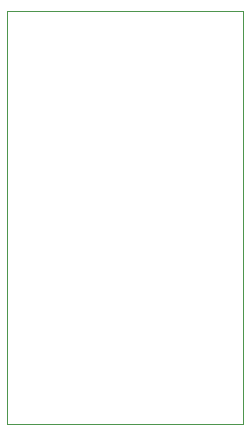
<source format=gbr>
%TF.GenerationSoftware,KiCad,Pcbnew,7.0.6*%
%TF.CreationDate,2023-08-01T20:56:41-04:00*%
%TF.ProjectId,mcumod-am8,6d63756d-6f64-42d6-916d-382e6b696361,rev?*%
%TF.SameCoordinates,Original*%
%TF.FileFunction,Profile,NP*%
%FSLAX46Y46*%
G04 Gerber Fmt 4.6, Leading zero omitted, Abs format (unit mm)*
G04 Created by KiCad (PCBNEW 7.0.6) date 2023-08-01 20:56:41*
%MOMM*%
%LPD*%
G01*
G04 APERTURE LIST*
%TA.AperFunction,Profile*%
%ADD10C,0.100000*%
%TD*%
G04 APERTURE END LIST*
D10*
X100000000Y-100000000D02*
X120000000Y-100000000D01*
X120000000Y-135000000D01*
X100000000Y-135000000D01*
X100000000Y-100000000D01*
M02*

</source>
